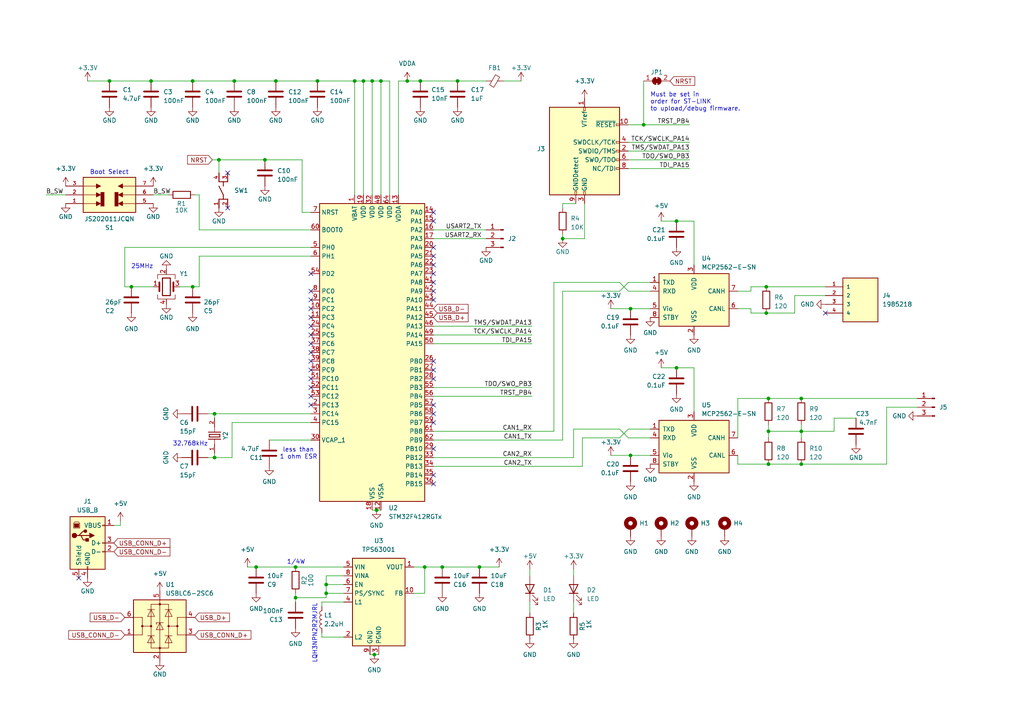
<source format=kicad_sch>
(kicad_sch (version 20230121) (generator eeschema)
  (paper "A4")
  (junction (at 63.5 46.355))
  (junction (at 38.1 83.185))
  (junction (at 232.41 115.57))
  (junction (at 108.585 189.865))
  (junction (at 43.815 23.495))
  (junction (at 107.95 23.495))
  (junction (at 121.92 23.495))
  (junction (at 128.27 164.465))
  (junction (at 196.215 64.135))
  (junction (at 232.41 125.095))
  (junction (at 94.615 169.545))
  (junction (at 182.88 132.08))
  (junction (at 94.615 172.085))
  (junction (at 222.25 83.185))
  (junction (at 222.885 134.62))
  (junction (at 31.75 23.495))
  (junction (at 55.88 23.495))
  (junction (at 67.945 23.495))
  (junction (at 92.075 23.495))
  (junction (at 232.41 134.62))
  (junction (at 102.87 23.495))
  (junction (at 109.22 147.955))
  (junction (at 80.01 23.495))
  (junction (at 186.69 36.195))
  (junction (at 222.25 90.805))
  (junction (at 132.715 23.495))
  (junction (at 105.41 23.495))
  (junction (at 85.725 173.355))
  (junction (at 62.23 132.715))
  (junction (at 163.195 69.215))
  (junction (at 182.88 89.535))
  (junction (at 123.19 164.465))
  (junction (at 62.23 120.015))
  (junction (at 76.835 46.355))
  (junction (at 55.88 83.185))
  (junction (at 139.065 164.465))
  (junction (at 74.295 164.465))
  (junction (at 222.885 125.095))
  (junction (at 110.49 23.495))
  (junction (at 222.885 115.57))
  (junction (at 118.11 23.495))
  (junction (at 196.215 106.68))
  (junction (at 85.725 164.465))
  (no_connect (at 22.86 167.64))
  (no_connect (at 125.73 74.295))
  (no_connect (at 90.17 117.475))
  (no_connect (at 90.17 104.775))
  (no_connect (at 125.73 117.475))
  (no_connect (at 90.17 84.455))
  (no_connect (at 90.17 92.075))
  (no_connect (at 90.17 86.995))
  (no_connect (at 125.73 61.595))
  (no_connect (at 125.73 84.455))
  (no_connect (at 90.17 94.615))
  (no_connect (at 125.73 137.795))
  (no_connect (at 90.17 114.935))
  (no_connect (at 90.17 99.695))
  (no_connect (at 90.17 109.855))
  (no_connect (at 90.17 102.235))
  (no_connect (at 66.04 60.325))
  (no_connect (at 125.73 104.775))
  (no_connect (at 125.73 120.015))
  (no_connect (at 90.17 97.155))
  (no_connect (at 90.17 107.315))
  (no_connect (at 239.395 90.805))
  (no_connect (at 125.73 86.995))
  (no_connect (at 66.04 50.165))
  (no_connect (at 125.73 109.855))
  (no_connect (at 125.73 107.315))
  (no_connect (at 125.73 140.335))
  (no_connect (at 125.73 76.835))
  (no_connect (at 125.73 79.375))
  (no_connect (at 125.73 64.135))
  (no_connect (at 90.17 79.375))
  (no_connect (at 90.17 112.395))
  (no_connect (at 125.73 81.915))
  (no_connect (at 90.17 89.535))
  (no_connect (at 125.73 122.555))
  (no_connect (at 125.73 71.755))
  (no_connect (at 125.73 130.175))
  (wire (pts (xy 125.73 69.215) (xy 140.97 69.215)))
  (wire (pts (xy 232.41 123.19) (xy 232.41 125.095)))
  (wire (pts (xy 113.03 23.495) (xy 110.49 23.495)))
  (wire (pts (xy 125.73 97.155) (xy 154.305 97.155)))
  (wire (pts (xy 188.595 127) (xy 182.245 127)))
  (wire (pts (xy 55.88 83.185) (xy 57.785 83.185)))
  (wire (pts (xy 62.23 131.445) (xy 62.23 132.715)))
  (wire (pts (xy 105.41 23.495) (xy 102.87 23.495)))
  (wire (pts (xy 222.885 123.19) (xy 222.885 125.095)))
  (wire (pts (xy 213.995 127) (xy 213.995 115.57)))
  (wire (pts (xy 93.345 174.625) (xy 99.695 174.625)))
  (wire (pts (xy 186.69 23.495) (xy 186.69 36.195)))
  (wire (pts (xy 222.25 83.185) (xy 239.395 83.185)))
  (wire (pts (xy 52.07 83.185) (xy 55.88 83.185)))
  (wire (pts (xy 230.505 85.725) (xy 239.395 85.725)))
  (wire (pts (xy 163.195 127.635) (xy 163.195 84.455)))
  (wire (pts (xy 118.11 23.495) (xy 121.92 23.495)))
  (wire (pts (xy 217.805 83.185) (xy 222.25 83.185)))
  (wire (pts (xy 139.065 164.465) (xy 144.78 164.465)))
  (wire (pts (xy 196.215 106.68) (xy 191.77 106.68)))
  (wire (pts (xy 222.25 90.805) (xy 230.505 90.805)))
  (wire (pts (xy 60.325 132.715) (xy 62.23 132.715)))
  (wire (pts (xy 125.73 132.715) (xy 166.37 132.715)))
  (wire (pts (xy 115.57 56.515) (xy 115.57 23.495)))
  (wire (pts (xy 217.805 89.535) (xy 217.805 90.805)))
  (wire (pts (xy 213.995 89.535) (xy 217.805 89.535)))
  (wire (pts (xy 44.45 56.515) (xy 48.895 56.515)))
  (wire (pts (xy 123.19 164.465) (xy 120.015 164.465)))
  (wire (pts (xy 62.23 120.015) (xy 90.17 120.015)))
  (wire (pts (xy 67.31 122.555) (xy 67.31 132.715)))
  (wire (pts (xy 222.885 115.57) (xy 232.41 115.57)))
  (wire (pts (xy 128.27 164.465) (xy 139.065 164.465)))
  (wire (pts (xy 153.67 165.1) (xy 153.67 167.005)))
  (wire (pts (xy 85.725 164.465) (xy 99.695 164.465)))
  (wire (pts (xy 38.1 83.185) (xy 44.45 83.185)))
  (wire (pts (xy 31.75 23.495) (xy 43.815 23.495)))
  (wire (pts (xy 108.585 189.865) (xy 109.855 189.865)))
  (wire (pts (xy 196.215 64.135) (xy 191.77 64.135)))
  (wire (pts (xy 94.615 172.085) (xy 94.615 173.355)))
  (wire (pts (xy 182.245 43.815) (xy 200.025 43.815)))
  (wire (pts (xy 99.695 167.005) (xy 94.615 167.005)))
  (wire (pts (xy 222.885 125.095) (xy 222.885 127)))
  (wire (pts (xy 67.31 132.715) (xy 62.23 132.715)))
  (wire (pts (xy 110.49 56.515) (xy 110.49 23.495)))
  (wire (pts (xy 25.4 23.495) (xy 31.75 23.495)))
  (wire (pts (xy 188.595 124.46) (xy 182.245 124.46)))
  (wire (pts (xy 182.245 48.895) (xy 200.025 48.895)))
  (wire (pts (xy 92.075 23.495) (xy 102.87 23.495)))
  (wire (pts (xy 166.37 124.46) (xy 179.705 124.46)))
  (wire (pts (xy 36.195 83.185) (xy 36.195 71.755)))
  (wire (pts (xy 163.195 67.945) (xy 163.195 69.215)))
  (wire (pts (xy 87.63 61.595) (xy 87.63 46.355)))
  (wire (pts (xy 63.5 46.355) (xy 76.835 46.355)))
  (wire (pts (xy 213.995 115.57) (xy 222.885 115.57)))
  (wire (pts (xy 110.49 23.495) (xy 107.95 23.495)))
  (wire (pts (xy 123.19 172.085) (xy 123.19 164.465)))
  (wire (pts (xy 57.785 74.295) (xy 57.785 83.185)))
  (wire (pts (xy 62.23 120.015) (xy 62.23 121.285)))
  (wire (pts (xy 163.195 84.455) (xy 179.705 84.455)))
  (wire (pts (xy 179.705 81.915) (xy 160.655 81.915)))
  (wire (pts (xy 166.37 174.625) (xy 166.37 177.8)))
  (wire (pts (xy 166.37 132.715) (xy 166.37 124.46)))
  (wire (pts (xy 188.595 81.915) (xy 182.245 81.915)))
  (wire (pts (xy 94.615 172.085) (xy 99.695 172.085)))
  (wire (pts (xy 87.63 61.595) (xy 90.17 61.595)))
  (wire (pts (xy 94.615 167.005) (xy 94.615 169.545)))
  (wire (pts (xy 213.995 132.08) (xy 213.995 134.62)))
  (wire (pts (xy 121.92 23.495) (xy 132.715 23.495)))
  (wire (pts (xy 222.885 125.095) (xy 232.41 125.095)))
  (wire (pts (xy 168.91 135.255) (xy 168.91 127)))
  (wire (pts (xy 163.195 69.215) (xy 169.545 69.215)))
  (wire (pts (xy 123.19 164.465) (xy 128.27 164.465)))
  (wire (pts (xy 201.295 64.135) (xy 201.295 76.835)))
  (wire (pts (xy 213.995 84.455) (xy 217.805 84.455)))
  (wire (pts (xy 153.67 174.625) (xy 153.67 177.8)))
  (wire (pts (xy 36.195 83.185) (xy 38.1 83.185)))
  (wire (pts (xy 213.995 134.62) (xy 222.885 134.62)))
  (wire (pts (xy 182.245 46.355) (xy 200.025 46.355)))
  (wire (pts (xy 13.335 56.515) (xy 19.05 56.515)))
  (wire (pts (xy 102.87 56.515) (xy 102.87 23.495)))
  (wire (pts (xy 61.595 46.355) (xy 63.5 46.355)))
  (wire (pts (xy 120.015 172.085) (xy 123.19 172.085)))
  (wire (pts (xy 241.935 125.095) (xy 232.41 125.095)))
  (wire (pts (xy 57.785 56.515) (xy 57.785 66.675)))
  (wire (pts (xy 113.03 56.515) (xy 113.03 23.495)))
  (wire (pts (xy 179.705 84.455) (xy 182.245 81.915)))
  (wire (pts (xy 85.725 173.355) (xy 85.725 174.625)))
  (wire (pts (xy 125.73 66.675) (xy 140.97 66.675)))
  (wire (pts (xy 222.885 134.62) (xy 232.41 134.62)))
  (wire (pts (xy 169.545 69.215) (xy 169.545 59.055)))
  (wire (pts (xy 125.73 114.935) (xy 154.305 114.935)))
  (wire (pts (xy 94.615 173.355) (xy 85.725 173.355)))
  (wire (pts (xy 167.005 59.055) (xy 163.195 59.055)))
  (wire (pts (xy 93.345 184.785) (xy 99.695 184.785)))
  (wire (pts (xy 188.595 89.535) (xy 182.88 89.535)))
  (wire (pts (xy 125.73 135.255) (xy 168.91 135.255)))
  (wire (pts (xy 188.595 84.455) (xy 182.245 84.455)))
  (wire (pts (xy 182.245 84.455) (xy 179.705 81.915)))
  (wire (pts (xy 125.73 94.615) (xy 154.305 94.615)))
  (wire (pts (xy 67.945 23.495) (xy 80.01 23.495)))
  (wire (pts (xy 232.41 134.62) (xy 257.175 134.62)))
  (wire (pts (xy 94.615 169.545) (xy 94.615 172.085)))
  (wire (pts (xy 182.245 41.275) (xy 200.025 41.275)))
  (wire (pts (xy 168.91 127) (xy 179.705 127)))
  (wire (pts (xy 71.755 164.465) (xy 74.295 164.465)))
  (wire (pts (xy 182.88 89.535) (xy 177.165 89.535)))
  (wire (pts (xy 87.63 46.355) (xy 76.835 46.355)))
  (wire (pts (xy 55.88 23.495) (xy 67.945 23.495)))
  (wire (pts (xy 132.715 23.495) (xy 140.97 23.495)))
  (wire (pts (xy 74.295 164.465) (xy 85.725 164.465)))
  (wire (pts (xy 217.805 84.455) (xy 217.805 83.185)))
  (wire (pts (xy 67.31 122.555) (xy 90.17 122.555)))
  (wire (pts (xy 56.515 56.515) (xy 57.785 56.515)))
  (wire (pts (xy 125.73 99.695) (xy 154.305 99.695)))
  (wire (pts (xy 163.195 59.055) (xy 163.195 60.325)))
  (wire (pts (xy 182.245 127) (xy 179.705 124.46)))
  (wire (pts (xy 36.195 71.755) (xy 90.17 71.755)))
  (wire (pts (xy 80.01 23.495) (xy 92.075 23.495)))
  (wire (pts (xy 57.785 66.675) (xy 90.17 66.675)))
  (wire (pts (xy 179.705 127) (xy 182.245 124.46)))
  (wire (pts (xy 109.22 147.955) (xy 110.49 147.955)))
  (wire (pts (xy 217.805 90.805) (xy 222.25 90.805)))
  (wire (pts (xy 230.505 90.805) (xy 230.505 85.725)))
  (wire (pts (xy 93.345 175.895) (xy 93.345 174.625)))
  (wire (pts (xy 248.285 121.285) (xy 241.935 121.285)))
  (wire (pts (xy 188.595 132.08) (xy 182.88 132.08)))
  (wire (pts (xy 201.295 106.68) (xy 201.295 119.38)))
  (wire (pts (xy 201.295 106.68) (xy 196.215 106.68)))
  (wire (pts (xy 232.41 125.095) (xy 232.41 127)))
  (wire (pts (xy 33.02 152.4) (xy 34.925 152.4)))
  (wire (pts (xy 182.88 132.08) (xy 177.165 132.08)))
  (wire (pts (xy 125.73 127.635) (xy 163.195 127.635)))
  (wire (pts (xy 63.5 46.355) (xy 63.5 50.165)))
  (wire (pts (xy 107.95 23.495) (xy 105.41 23.495)))
  (wire (pts (xy 107.315 189.865) (xy 108.585 189.865)))
  (wire (pts (xy 241.935 121.285) (xy 241.935 125.095)))
  (wire (pts (xy 57.785 74.295) (xy 90.17 74.295)))
  (wire (pts (xy 186.69 36.195) (xy 200.025 36.195)))
  (wire (pts (xy 43.815 23.495) (xy 55.88 23.495)))
  (wire (pts (xy 125.73 112.395) (xy 154.305 112.395)))
  (wire (pts (xy 115.57 23.495) (xy 118.11 23.495)))
  (wire (pts (xy 257.175 118.11) (xy 266.065 118.11)))
  (wire (pts (xy 78.105 127.635) (xy 90.17 127.635)))
  (wire (pts (xy 60.325 120.015) (xy 62.23 120.015)))
  (wire (pts (xy 107.95 147.955) (xy 109.22 147.955)))
  (wire (pts (xy 166.37 165.1) (xy 166.37 167.005)))
  (wire (pts (xy 201.295 64.135) (xy 196.215 64.135)))
  (wire (pts (xy 182.245 36.195) (xy 186.69 36.195)))
  (wire (pts (xy 99.695 169.545) (xy 94.615 169.545)))
  (wire (pts (xy 160.655 81.915) (xy 160.655 125.095)))
  (wire (pts (xy 146.05 23.495) (xy 151.13 23.495)))
  (wire (pts (xy 107.95 56.515) (xy 107.95 23.495)))
  (wire (pts (xy 93.345 183.515) (xy 93.345 184.785)))
  (wire (pts (xy 34.925 152.4) (xy 34.925 151.13)))
  (wire (pts (xy 232.41 115.57) (xy 266.065 115.57)))
  (wire (pts (xy 85.725 172.085) (xy 85.725 173.355)))
  (wire (pts (xy 257.175 118.11) (xy 257.175 134.62)))
  (wire (pts (xy 160.655 125.095) (xy 125.73 125.095)))
  (wire (pts (xy 105.41 56.515) (xy 105.41 23.495)))
  (text "LQH3NPN2R2MJRL" (at 92.075 192.405 90) (effects (font (size 1.27 1.27)) (justify left bottom)))
  (text "1/4W" (at 83.185 163.83 0) (effects (font (size 1.27 1.27)) (justify left bottom)))
  (text "less than \n1 ohm ESR" (at 92.075 133.35 0) (effects (font (size 1.27 1.27)) (justify right bottom)))
  (text "25MHz" (at 44.45 78.105 0) (effects (font (size 1.27 1.27)) (justify right bottom)))
  (text "32.768kHz" (at 60.325 129.54 0) (effects (font (size 1.27 1.27)) (justify right bottom)))
  (text "Boot Select" (at 26.035 50.8 0) (effects (font (size 1.27 1.27)) (justify left bottom)))
  (text "Must be set in \norder for ST-LINK \nto upload/debug firmware." (at 188.595 32.385 0) (effects (font (size 1.27 1.27)) (justify left bottom)))
  (label "TDO{slash}SWO_PB3" (at 154.305 112.395 180))
  (label "TMS{slash}SWDAT_PA13" (at 200.025 43.815 180))
  (label "CAN2_TX" (at 154.305 135.255 180))
  (label "TDI_PA15" (at 154.305 99.695 180))
  (label "TRST_PB4" (at 154.305 114.935 180))
  (label "CAN1_RX" (at 154.305 125.095 180))
  (label "TRST_PB4" (at 200.025 36.195 180))
  (label "TDI_PA15" (at 200.025 48.895 180))
  (label "USART2_RX" (at 139.7 69.215 180))
  (label "TDO{slash}SWO_PB3" (at 200.025 46.355 180))
  (label "TMS{slash}SWDAT_PA13" (at 154.305 94.615 180))
  (label "USART2_TX" (at 139.7 66.675 180))
  (label "TCK{slash}SWCLK_PA14" (at 154.305 97.155 180))
  (label "CAN2_RX" (at 154.305 132.715 180))
  (label "B_SW" (at 44.45 56.515 0))
  (label "CAN1_TX" (at 154.305 127.635 180))
  (label "B_SW" (at 13.335 56.515 0))
  (label "TCK{slash}SWCLK_PA14" (at 200.025 41.275 180))
  (global_label "USB_CONN_D-" (shape input) (at 36.195 184.15 180) (property "Intersheetrefs" "${INTERSHEET_REFS}" (effects hide)))
  (global_label "USB_D+" (shape input) (at 56.515 179.07 0) (property "Intersheetrefs" "${INTERSHEET_REFS}" (effects hide)))
  (global_label "USB_CONN_D+" (shape input) (at 33.02 157.48 0) (property "Intersheetrefs" "${INTERSHEET_REFS}" (effects hide)))
  (global_label "USB_CONN_D+" (shape input) (at 56.515 184.15 0) (property "Intersheetrefs" "${INTERSHEET_REFS}" (effects hide)))
  (global_label "USB_D-" (shape input) (at 125.73 89.535 0) (property "Intersheetrefs" "${INTERSHEET_REFS}" (effects hide)))
  (global_label "NRST" (shape input) (at 194.31 23.495 0) (property "Intersheetrefs" "${INTERSHEET_REFS}" (effects hide)))
  (global_label "USB_D-" (shape input) (at 36.195 179.07 180) (property "Intersheetrefs" "${INTERSHEET_REFS}" (effects hide)))
  (global_label "NRST" (shape input) (at 61.595 46.355 180) (property "Intersheetrefs" "${INTERSHEET_REFS}" (effects hide)))
  (global_label "USB_D+" (shape input) (at 125.73 92.075 0) (property "Intersheetrefs" "${INTERSHEET_REFS}" (effects hide)))
  (global_label "USB_CONN_D-" (shape input) (at 33.02 160.02 0) (property "Intersheetrefs" "${INTERSHEET_REFS}" (effects hide)))
  (symbol (lib_id "power:GND") (at 108.585 189.865 0) (unit 1)
    (property "Reference" "#PWR029" (effects hide))
    (property "Value" "GND" (at 108.585 194.31 0))
  )
  (symbol (lib_id "Device:C") (at 196.215 110.49 0) (mirror y) (unit 1)
    (property "Reference" "C22" (at 193.04 109.22 0) (effects (justify left)))
    (property "Value" "0.1uF" (at 193.04 111.76 0) (effects (justify left)))
    (property "Footprint" "Capacitor_SMD:C_0805_2012Metric" (effects hide))
  )
  (symbol (lib_id "power:GND") (at 132.715 31.115 0) (unit 1)
    (property "Reference" "#PWR034" (effects hide))
    (property "Value" "GND" (at 132.715 34.925 0))
  )
  (symbol (lib_id "power:GND") (at 48.26 88.265 0) (unit 1)
    (property "Reference" "#PWR014" (effects hide))
    (property "Value" "GND" (at 48.26 92.075 0))
  )
  (symbol (lib_id "power:GND") (at 44.45 59.055 0) (unit 1)
    (property "Reference" "#PWR010" (effects hide))
    (property "Value" "GND" (at 44.45 62.865 0))
  )
  (symbol (lib_id "power:+3.3V") (at 166.37 165.1 0) (unit 1)
    (property "Reference" "#PWR042" (effects hide))
    (property "Value" "+3.3V" (at 166.37 161.29 0))
  )
  (symbol (lib_id "power:+5V") (at 191.77 64.135 0) (mirror y) (unit 1)
    (property "Reference" "#PWR052" (effects hide))
    (property "Value" "+5V" (at 191.77 59.69 0))
  )
  (symbol (lib_id "Device:R") (at 222.885 119.38 0) (unit 1)
    (property "Reference" "R7" (at 225.171 118.618 0) (effects (justify left)))
    (property "Value" "120" (at 225.171 121.158 0) (effects (justify left)))
    (property "Footprint" "Resistor_SMD:R_0805_2012Metric" (effects hide))
  )
  (symbol (lib_id "power:GND") (at 31.75 31.115 0) (unit 1)
    (property "Reference" "#PWR05" (effects hide))
    (property "Value" "GND" (at 31.75 34.925 0))
  )
  (symbol (lib_id "Mechanical:MountingHole_Pad") (at 182.88 153.035 0) (unit 1)
    (property "Reference" "H1" (at 185.42 151.765 0) (effects (justify left)))
    (property "Value" "MountingHole_Pad" (effects hide))
    (property "Footprint" "MountingHole:MountingHole_3.2mm_M3_ISO14580_Pad_TopBottom" (effects hide))
  )
  (symbol (lib_id "power:GND") (at 210.185 155.575 0) (unit 1)
    (property "Reference" "#PWR060" (effects hide))
    (property "Value" "GND" (at 210.185 160.02 0))
  )
  (symbol (lib_id "Device:C") (at 74.295 168.275 0) (unit 1)
    (property "Reference" "C9" (at 77.47 169.545 0) (effects (justify left)))
    (property "Value" "10uF" (at 77.47 167.005 0) (effects (justify left)))
    (property "Footprint" "Capacitor_SMD:C_0805_2012Metric" (effects hide))
  )
  (symbol (lib_id "power:+3.3V") (at 169.545 28.575 0) (unit 1)
    (property "Reference" "#PWR044" (effects hide))
    (property "Value" "+3.3V" (at 169.545 23.495 0))
  )
  (symbol (lib_id "Connector:Conn_01x03_Pin") (at 271.145 118.11 0) (mirror y) (unit 1)
    (property "Reference" "J5" (at 272.415 118.11 0) (effects (justify right)))
    (property "Value" "Conn_01x03_Pin" (effects hide))
    (property "Footprint" "Connector_PinSocket_2.54mm:PinSocket_1x03_P2.54mm_Vertical" (effects hide))
  )
  (symbol (lib_id "power:GND") (at 63.5 60.325 0) (unit 1)
    (property "Reference" "#PWR019" (effects hide))
    (property "Value" "GND" (at 63.5 64.135 0))
  )
  (symbol (lib_id "power:GND") (at 239.395 88.265 270) (mirror x) (unit 1)
    (property "Reference" "#PWR061" (effects hide))
    (property "Value" "GND" (at 236.22 88.265 90) (effects (justify right)))
  )
  (symbol (lib_id "Mechanical:MountingHole_Pad") (at 210.185 153.035 0) (unit 1)
    (property "Reference" "H4" (at 212.725 151.765 0) (effects (justify left)))
    (property "Value" "MountingHole_Pad" (effects hide))
    (property "Footprint" "MountingHole:MountingHole_3.2mm_M3_ISO14580_Pad_TopBottom" (effects hide))
  )
  (symbol (lib_id "Device:R") (at 52.705 56.515 90) (unit 1)
    (property "Reference" "R1" (at 53.975 59.055 90) (effects (justify left)))
    (property "Value" "10K" (at 54.61 60.96 90) (effects (justify left)))
    (property "Footprint" "Resistor_SMD:R_0805_2012Metric" (effects hide))
  )
  (symbol (lib_id "Device:LED") (at 166.37 170.815 90) (unit 1)
    (property "Reference" "D2" (at 170.18 171.1325 90) (effects (justify right)))
    (property "Value" "LED" (at 170.18 173.6725 90) (effects (justify right)))
    (property "Footprint" "LED_SMD:LED_0805_2012Metric" (effects hide))
  )
  (symbol (lib_id "power:GND") (at 80.01 31.115 0) (unit 1)
    (property "Reference" "#PWR025" (effects hide))
    (property "Value" "GND" (at 80.01 34.925 0))
  )
  (symbol (lib_id "Connector:USB_B") (at 25.4 157.48 0) (unit 1)
    (property "Reference" "J1" (at 25.4 145.415 0))
    (property "Value" "USB_B" (at 25.4 147.955 0))
    (property "Footprint" "connectors:UJ2-BH-1-TH" (effects hide))
    (property "Datasheet" " ~" (effects hide))
  )
  (symbol (lib_id "Device:C") (at 248.285 125.095 0) (mirror y) (unit 1)
    (property "Reference" "C23" (at 252.095 120.015 0) (effects (justify left)))
    (property "Value" "4.7nF" (at 254.635 122.555 0) (effects (justify left)))
    (property "Footprint" "Capacitor_SMD:C_0805_2012Metric" (effects hide))
  )
  (symbol (lib_id "Device:C") (at 139.065 168.275 0) (unit 1)
    (property "Reference" "C18" (at 142.24 169.545 0) (effects (justify left)))
    (property "Value" "10uF" (at 142.24 167.005 0) (effects (justify left)))
    (property "Footprint" "Capacitor_SMD:C_0805_2012Metric" (effects hide))
  )
  (symbol (lib_id "Connector:Conn_01x03_Pin") (at 146.05 69.215 0) (mirror y) (unit 1)
    (property "Reference" "J2" (at 147.32 69.215 0) (effects (justify right)))
    (property "Value" "Conn_01x03_Pin" (effects hide))
    (property "Footprint" "Connector_PinSocket_2.54mm:PinSocket_1x03_P2.54mm_Vertical" (effects hide))
  )
  (symbol (lib_id "Device:C") (at 128.27 168.275 0) (unit 1)
    (property "Reference" "C16" (at 131.445 169.545 0) (effects (justify left)))
    (property "Value" "10uF" (at 131.445 167.005 0) (effects (justify left)))
    (property "Footprint" "Capacitor_SMD:C_0805_2012Metric" (effects hide))
  )
  (symbol (lib_id "power:+3.3V") (at 151.13 23.495 0) (unit 1)
    (property "Reference" "#PWR038" (effects hide))
    (property "Value" "+3.3V" (at 151.13 19.685 0))
  )
  (symbol (lib_id "Device:R") (at 85.725 168.275 180) (unit 1)
    (property "Reference" "R2" (at 88.265 167.005 90) (effects (justify left)))
    (property "Value" "100" (at 90.17 166.37 90) (effects (justify left)))
    (property "Footprint" "Resistor_SMD:R_0805_2012Metric" (effects hide))
  )
  (symbol (lib_id "Device:R") (at 153.67 181.61 180) (unit 1)
    (property "Reference" "R3" (at 156.21 180.34 90) (effects (justify left)))
    (property "Value" "1K" (at 158.115 179.705 90) (effects (justify left)))
    (property "Footprint" "Resistor_SMD:R_0805_2012Metric" (effects hide))
  )
  (symbol (lib_id "power:+3.3V") (at 177.165 132.08 0) (mirror y) (unit 1)
    (property "Reference" "#PWR046" (effects hide))
    (property "Value" "+3.3V" (at 177.165 128.27 0))
  )
  (symbol (lib_id "Device:C") (at 38.1 86.995 0) (unit 1)
    (property "Reference" "C2" (at 30.48 90.17 0) (effects (justify left)))
    (property "Value" "26pF" (at 30.48 87.63 0) (effects (justify left)))
    (property "Footprint" "Capacitor_SMD:C_0805_2012Metric" (effects hide))
  )
  (symbol (lib_id "power:GND") (at 109.22 147.955 0) (unit 1)
    (property "Reference" "#PWR030" (effects hide))
    (property "Value" "GND" (at 109.22 152.4 0))
  )
  (symbol (lib_id "Device:C") (at 76.835 50.165 0) (unit 1)
    (property "Reference" "C10" (at 80.391 49.53 0) (effects (justify left)))
    (property "Value" "100nF" (at 80.391 52.07 0) (effects (justify left)))
    (property "Footprint" "Capacitor_SMD:C_0805_2012Metric" (effects hide))
  )
  (symbol (lib_id "Mechanical:MountingHole_Pad") (at 191.77 153.035 0) (unit 1)
    (property "Reference" "H2" (at 194.31 151.765 0) (effects (justify left)))
    (property "Value" "MountingHole_Pad" (effects hide))
    (property "Footprint" "MountingHole:MountingHole_3.2mm_M3_ISO14580_Pad_TopBottom" (effects hide))
  )
  (symbol (lib_id "Regulator_Switching:TPS63001") (at 109.855 174.625 0) (unit 1)
    (property "Reference" "U3" (at 109.855 156.845 0))
    (property "Value" "TPS63001" (at 109.855 159.385 0))
    (property "Footprint" "Package_SON:Texas_DRC0010J_ThermalVias" (effects hide))
    (property "Datasheet" "http://www.ti.com/lit/ds/symlink/tps63000.pdf" (effects hide))
  )
  (symbol (lib_id "power:GND") (at 188.595 134.62 0) (mirror y) (unit 1)
    (property "Reference" "#PWR051" (effects hide))
    (property "Value" "GND" (at 188.595 139.065 0))
  )
  (symbol (lib_id "power:+5V") (at 153.67 165.1 0) (unit 1)
    (property "Reference" "#PWR039" (effects hide))
    (property "Value" "+5V" (at 153.67 161.29 0))
  )
  (symbol (lib_id "power:GND") (at 85.725 182.245 0) (unit 1)
    (property "Reference" "#PWR026" (effects hide))
    (property "Value" "GND" (at 85.725 186.69 0))
  )
  (symbol (lib_id "power:GND") (at 38.1 90.805 0) (unit 1)
    (property "Reference" "#PWR07" (effects hide))
    (property "Value" "GND" (at 38.1 95.377 0))
  )
  (symbol (lib_id "Device:R") (at 232.41 119.38 0) (unit 1)
    (property "Reference" "R9" (at 234.696 118.618 0) (effects (justify left)))
    (property "Value" "120" (at 234.696 121.158 0) (effects (justify left)))
    (property "Footprint" "Resistor_SMD:R_0805_2012Metric" (effects hide))
  )
  (symbol (lib_id "power:GND") (at 191.77 155.575 0) (unit 1)
    (property "Reference" "#PWR054" (effects hide))
    (property "Value" "GND" (at 191.77 160.02 0))
  )
  (symbol (lib_id "power:GND") (at 139.065 172.085 0) (unit 1)
    (property "Reference" "#PWR035" (effects hide))
    (property "Value" "GND" (at 139.065 176.53 0))
  )
  (symbol (lib_id "Device:C") (at 121.92 27.305 0) (unit 1)
    (property "Reference" "C15" (at 125.095 26.035 0) (effects (justify left)))
    (property "Value" "10nF" (at 125.095 28.575 0) (effects (justify left)))
    (property "Footprint" "Capacitor_SMD:C_0805_2012Metric" (effects hide))
  )
  (symbol (lib_id "Device:C") (at 67.945 27.305 0) (unit 1)
    (property "Reference" "C8" (at 71.501 26.67 0) (effects (justify left)))
    (property "Value" "100nF" (at 71.501 29.21 0) (effects (justify left)))
    (property "Footprint" "Capacitor_SMD:C_0805_2012Metric" (effects hide))
  )
  (symbol (lib_id "Device:C") (at 56.515 120.015 270) (unit 1)
    (property "Reference" "C6" (at 52.07 122.555 90) (effects (justify left)))
    (property "Value" "15pF" (at 52.07 125.095 90) (effects (justify left)))
    (property "Footprint" "Capacitor_SMD:C_0805_2012Metric" (effects hide))
  )
  (symbol (lib_id "power:+3.3V") (at 144.78 164.465 0) (unit 1)
    (property "Reference" "#PWR037" (effects hide))
    (property "Value" "+3.3V" (at 144.78 159.385 0))
  )
  (symbol (lib_id "Device:C") (at 182.88 93.345 0) (mirror y) (unit 1)
    (property "Reference" "C19" (at 179.705 92.075 0) (effects (justify left)))
    (property "Value" "0.1uF" (at 179.705 94.615 0) (effects (justify left)))
    (property "Footprint" "Capacitor_SMD:C_0805_2012Metric" (effects hide))
  )
  (symbol (lib_id "power:+3.3V") (at 19.05 53.975 0) (unit 1)
    (property "Reference" "#PWR01" (effects hide))
    (property "Value" "+3.3V" (at 19.05 48.895 0))
  )
  (symbol (lib_id "Connector:Conn_ARM_JTAG_SWD_10") (at 169.545 43.815 0) (unit 1)
    (property "Reference" "J3" (at 158.115 43.18 0) (effects (justify right)))
    (property "Value" "Conn_ARM_JTAG_SWD_10" (effects hide))
    (property "Footprint" "Connector_PinHeader_1.27mm:PinHeader_2x05_P1.27mm_Vertical" (effects hide))
    (property "Datasheet" "http://infocenter.arm.com/help/topic/com.arm.doc.ddi0314h/DDI0314H_coresight_components_trm.pdf" (effects hide))
    (property "Part" "GRPB052VWVN-RC" (effects hide))
  )
  (symbol (lib_id "power:GND") (at 128.27 172.085 0) (unit 1)
    (property "Reference" "#PWR033" (effects hide))
    (property "Value" "GND" (at 128.27 176.53 0))
  )
  (symbol (lib_id "Device:L") (at 93.345 179.705 180) (unit 1)
    (property "Reference" "L1" (at 93.98 178.435 0) (effects (justify right)))
    (property "Value" "2.2uH" (at 93.98 180.975 0) (effects (justify right)))
    (property "Footprint" "inductors:LQH3NPN2R2MJRL" (effects hide))
    (property "Datasheet" "https://www.digikey.com.au/en/products/detail/murata-electronics/LQH3NPN2R2MJRL/4864848" (effects hide))
    (property "Part" "LQH3NPN2R2MJRL" (effects hide))
  )
  (symbol (lib_id "power:GND") (at 25.4 167.64 0) (unit 1)
    (property "Reference" "#PWR04" (effects hide))
    (property "Value" "GND" (at 25.4 171.45 0))
  )
  (symbol (lib_id "power:GND") (at 196.215 71.755 0) (mirror y) (unit 1)
    (property "Reference" "#PWR055" (effects hide))
    (property "Value" "GND" (at 196.215 76.2 0))
  )
  (symbol (lib_id "power:+5V") (at 71.755 164.465 0) (unit 1)
    (property "Reference" "#PWR021" (effects hide))
    (property "Value" "+5V" (at 71.755 159.385 0))
  )
  (symbol (lib_id "Device:R") (at 222.885 130.81 0) (unit 1)
    (property "Reference" "R8" (at 225.171 130.048 0) (effects (justify left)))
    (property "Value" "120" (at 225.171 132.588 0) (effects (justify left)))
    (property "Footprint" "Resistor_SMD:R_0805_2012Metric" (effects hide))
  )
  (symbol (lib_id "Device:C") (at 182.88 135.89 0) (mirror y) (unit 1)
    (property "Reference" "C20" (at 179.705 134.62 0) (effects (justify left)))
    (property "Value" "0.1uF" (at 179.705 137.16 0) (effects (justify left)))
    (property "Footprint" "Capacitor_SMD:C_0805_2012Metric" (effects hide))
  )
  (symbol (lib_id "power:GND") (at 140.97 71.755 0) (unit 1)
    (property "Reference" "#PWR036" (effects hide))
    (property "Value" "GND" (at 140.97 75.565 0))
  )
  (symbol (lib_id "power:+5V") (at 191.77 106.68 0) (mirror y) (unit 1)
    (property "Reference" "#PWR053" (effects hide))
    (property "Value" "+5V" (at 191.77 102.235 0))
  )
  (symbol (lib_id "power:+3.3V") (at 44.45 53.975 0) (unit 1)
    (property "Reference" "#PWR09" (effects hide))
    (property "Value" "+3.3V" (at 44.45 48.895 0))
  )
  (symbol (lib_id "power:GND") (at 182.88 155.575 0) (unit 1)
    (property "Reference" "#PWR049" (effects hide))
    (property "Value" "GND" (at 182.88 160.02 0))
  )
  (symbol (lib_id "power:GND") (at 200.66 155.575 0) (unit 1)
    (property "Reference" "#PWR057" (effects hide))
    (property "Value" "GND" (at 200.66 160.02 0))
  )
  (symbol (lib_id "power:+3.3V") (at 25.4 23.495 0) (unit 1)
    (property "Reference" "#PWR03" (effects hide))
    (property "Value" "+3.3V" (at 25.4 19.685 0))
  )
  (symbol (lib_id "Interface_CAN_LIN:MCP2562-E-SN") (at 201.295 86.995 0) (unit 1)
    (property "Reference" "U4" (at 203.4891 74.93 0) (effects (justify left)))
    (property "Value" "MCP2562-E-SN" (at 203.4891 77.47 0) (effects (justify left)))
    (property "Footprint" "Package_SO:SOIC-8_3.9x4.9mm_P1.27mm" (effects hide))
    (property "Datasheet" "http://ww1.microchip.com/downloads/en/DeviceDoc/25167A.pdf" (effects hide))
  )
  (symbol (lib_id "power:GND") (at 43.815 31.115 0) (unit 1)
    (property "Reference" "#PWR08" (effects hide))
    (property "Value" "GND" (at 43.815 34.925 0))
  )
  (symbol (lib_id "power:VDDA") (at 118.11 23.495 0) (unit 1)
    (property "Reference" "#PWR031" (effects hide))
    (property "Value" "VDDA" (at 118.11 18.415 0))
  )
  (symbol (lib_id "power:GND") (at 55.88 90.805 0) (unit 1)
    (property "Reference" "#PWR018" (effects hide))
    (property "Value" "GND" (at 55.88 95.377 0))
  )
  (symbol (lib_id "power:GND") (at 166.37 185.42 0) (unit 1)
    (property "Reference" "#PWR043" (effects hide))
    (property "Value" "GND" (at 166.37 189.865 0))
  )
  (symbol (lib_id "power:+5V") (at 46.355 171.45 0) (unit 1)
    (property "Reference" "#PWR011" (effects hide))
    (property "Value" "+5V" (at 46.355 166.37 0))
  )
  (symbol (lib_id "Device:C") (at 56.515 132.715 270) (unit 1)
    (property "Reference" "C7" (at 52.07 135.255 90) (effects (justify left)))
    (property "Value" "15pF" (at 52.07 137.795 90) (effects (justify left)))
    (property "Footprint" "Capacitor_SMD:C_0805_2012Metric" (effects hide))
  )
  (symbol (lib_id "Device:C") (at 78.105 131.445 0) (unit 1)
    (property "Reference" "C11" (at 72.39 132.715 0) (effects (justify left)))
    (property "Value" "4.7uF" (at 69.85 130.175 0) (effects (justify left)))
    (property "Footprint" "Capacitor_SMD:C_0805_2012Metric" (effects hide))
  )
  (symbol (lib_id "power:GND") (at 196.215 114.3 0) (mirror y) (unit 1)
    (property "Reference" "#PWR056" (effects hide))
    (property "Value" "GND" (at 196.215 118.745 0))
  )
  (symbol (lib_id "power:GND") (at 182.88 139.7 0) (mirror y) (unit 1)
    (property "Reference" "#PWR048" (effects hide))
    (property "Value" "GND" (at 182.88 144.145 0))
  )
  (symbol (lib_id "power:GND") (at 266.065 120.65 270) (mirror x) (unit 1)
    (property "Reference" "#PWR028" (effects hide))
    (property "Value" "GND" (at 262.89 120.65 90) (effects (justify right)))
  )
  (symbol (lib_id "power:GND") (at 52.705 132.715 270) (unit 1)
    (property "Reference" "#PWR016" (effects hide))
    (property "Value" "GND" (at 48.133 132.715 0))
  )
  (symbol (lib_id "Device:R") (at 222.25 86.995 0) (unit 1)
    (property "Reference" "R6" (at 224.536 86.233 0) (effects (justify left)))
    (property "Value" "120" (at 224.536 88.773 0) (effects (justify left)))
    (property "Footprint" "Resistor_SMD:R_0805_2012Metric" (effects hide))
  )
  (symbol (lib_id "Device:FerriteBead_Small") (at 143.51 23.495 90) (unit 1)
    (property "Reference" "FB1" (at 143.4719 19.685 90))
    (property "Value" "FerriteBead_Small" (effects hide))
    (property "Footprint" "Resistor_SMD:R_0805_2012Metric" (effects hide))
  )
  (symbol (lib_id "power:GND") (at 78.105 135.255 0) (unit 1)
    (property "Reference" "#PWR024" (effects hide))
    (property "Value" "GND" (at 78.105 139.7 0))
  )
  (symbol (lib_id "power:GND") (at 76.835 53.975 0) (unit 1)
    (property "Reference" "#PWR023" (effects hide))
    (property "Value" "GND" (at 76.835 57.785 0))
  )
  (symbol (lib_id "power:+3.3V") (at 177.165 89.535 0) (mirror y) (unit 1)
    (property "Reference" "#PWR045" (effects hide))
    (property "Value" "+3.3V" (at 177.165 85.725 0))
  )
  (symbol (lib_id "crystals:ECS-.327-12.5-34R-C-TR") (at 62.23 126.365 90) (unit 1)
    (property "Reference" "Y2" (at 65.405 126.365 0))
    (property "Value" "ECS-.327-12.5-34R-C-TR" (effects hide))
    (property "Footprint" "crystals:ECS-.327-12.5-34R-C-TR" (effects hide))
    (property "MF" "ECS Inc." (effects hide))
    (property "Description" "\n32.768 kHz ±10ppm Crystal 12.5pF 50 kOhms 2-SMD, No Lead\n" (effects hide))
    (property "Package" "SMD-2 ECS International" (effects hide))
    (property "Price" "None" (effects hide))
    (property "Check_prices" "https://www.snapeda.com/parts/ECS-.327-12.5-34R-C-TR/ECS+Inc./view-part/?ref=eda" (effects hide))
    (property "STANDARD" "Manufacturer Recommendation" (effects hide))
    (property "PARTREV" "2016" (effects hide))
    (property "SnapEDA_Link" "https://www.snapeda.com/parts/ECS-.327-12.5-34R-C-TR/ECS+Inc./view-part/?ref=snap" (effects hide))
    (property "MP" "ECS-.327-12.5-34R-C-TR" (effects hide))
    (property "Purchase-URL" "https://www.snapeda.com/api/url_track_click_mouser/?unipart_id=1917622&manufacturer=ECS Inc.&part_name=ECS-.327-12.5-34R-C-TR&search_term=ecs-.327-12.5-34r-c-tr" (effects hide))
    (property "Availability" "In Stock" (effects hide))
    (property "MANUFACTURER" "ECS Inc." (effects hide))
  )
  (symbol (lib_id "switches:JS202011JCQN") (at 31.75 56.515 0) (mirror x) (unit 1)
    (property "Reference" "S1" (at 31.75 66.04 0))
    (property "Value" "JS202011JCQN" (at 31.75 63.5 0))
    (property "Footprint" "switches:JS202011JCQN" (effects hide))
    (property "MF" "C&K" (effects hide))
    (property "MAXIMUM_PACKAGE_HEIGHT" "5.6 mm" (effects hide))
    (property "Package" "DPDT-6 C&amp;K" (effects hide))
    (property "Price" "None" (effects hide))
    (property "Check_prices" "https://www.snapeda.com/parts/JS202011JCQN/C%2526K/view-part/?ref=eda" (effects hide))
    (property "STANDARD" "Manufacturer Recommendations" (effects hide))
    (property "PARTREV" "11 Nov 19" (effects hide))
    (property "SnapEDA_Link" "https://www.snapeda.com/parts/JS202011JCQN/C%2526K/view-part/?ref=snap" (effects hide))
    (property "MP" "JS202011JCQN" (effects hide))
    (property "Purchase-URL" "https://www.snapeda.com/api/url_track_click_mouser/?unipart_id=587766&manufacturer=C&amp;K&part_name=JS202011JCQN&search_term=js202011jcqn" (effects hide))
    (property "Description" "\nSlide Switch DPDT Surface Mount\n" (effects hide))
    (property "Availability" "In Stock" (effects hide))
    (property "MANUFACTURER" "C&K" (effects hide))
  )
  (symbol (lib_id "power:GND") (at 46.355 191.77 0) (unit 1)
    (property "Reference" "#PWR012" (effects hide))
    (property "Value" "GND" (at 46.355 195.58 0))
  )
  (symbol (lib_id "Power_Protection:USBLC6-2SC6") (at 46.355 181.61 0) (unit 1)
    (property "Reference" "U1" (at 48.0061 169.545 0) (effects (justify left)))
    (property "Value" "USBLC6-2SC6" (at 48.0061 172.085 0) (effects (justify left)))
    (property "Footprint" "Package_TO_SOT_SMD:SOT-23-6" (effects hide))
    (property "Datasheet" "https://www.st.com/resource/en/datasheet/usblc6-2.pdf" (effects hide))
  )
  (symbol (lib_id "Device:R") (at 232.41 130.81 0) (unit 1)
    (property "Reference" "R10" (at 234.696 130.048 0) (effects (justify left)))
    (property "Value" "120" (at 234.696 132.588 0) (effects (justify left)))
    (property "Footprint" "Resistor_SMD:R_0805_2012Metric" (effects hide))
  )
  (symbol (lib_id "power:GND") (at 48.26 78.105 180) (unit 1)
    (property "Reference" "#PWR013" (effects hide))
    (property "Value" "GND" (at 48.26 74.295 0))
  )
  (symbol (lib_id "Mechanical:MountingHole_Pad") (at 200.66 153.035 0) (unit 1)
    (property "Reference" "H3" (at 203.2 151.765 0) (effects (justify left)))
    (property "Value" "MountingHole_Pad" (effects hide))
    (property "Footprint" "MountingHole:MountingHole_3.2mm_M3_ISO14580_Pad_TopBottom" (effects hide))
  )
  (symbol (lib_id "power:GND") (at 248.285 128.905 0) (mirror y) (unit 1)
    (property "Reference" "#PWR062" (effects hide))
    (property "Value" "GND" (at 248.285 132.715 0))
  )
  (symbol (lib_id "Device:C") (at 55.88 27.305 0) (unit 1)
    (property "Reference" "C4" (at 59.436 26.67 0) (effects (justify left)))
    (property "Value" "100nF" (at 59.436 29.21 0) (effects (justify left)))
    (property "Footprint" "Capacitor_SMD:C_0805_2012Metric" (effects hide))
  )
  (symbol (lib_id "Device:C") (at 55.88 86.995 0) (unit 1)
    (property "Reference" "C5" (at 59.055 90.17 0) (effects (justify left)))
    (property "Value" "26pF" (at 59.055 87.63 0) (effects (justify left)))
    (property "Footprint" "Capacitor_SMD:C_0805_2012Metric" (effects hide))
  )
  (symbol (lib_id "power:GND") (at 67.945 31.115 0) (unit 1)
    (property "Reference" "#PWR020" (effects hide))
    (property "Value" "GND" (at 67.945 34.925 0))
  )
  (symbol (lib_id "Device:C") (at 80.01 27.305 0) (unit 1)
    (property "Reference" "C12" (at 83.566 26.67 0) (effects (justify left)))
    (property "Value" "100nF" (at 83.566 29.21 0) (effects (justify left)))
    (property "Footprint" "Capacitor_SMD:C_0805_2012Metric" (effects hide))
  )
  (symbol (lib_id "power:GND") (at 55.88 31.115 0) (unit 1)
    (property "Reference" "#PWR017" (effects hide))
    (property "Value" "GND" (at 55.88 34.925 0))
  )
  (symbol (lib_id "power:GND") (at 19.05 59.055 0) (unit 1)
    (property "Reference" "#PWR02" (effects hide))
    (property "Value" "GND" (at 19.05 62.865 0))
  )
  (symbol (lib_id "Device:C") (at 132.715 27.305 0) (unit 1)
    (property "Reference" "C17" (at 136.525 26.035 0) (effects (justify left)))
    (property "Value" "1uF" (at 136.525 28.575 0) (effects (justify left)))
    (property "Footprint" "Capacitor_SMD:C_0805_2012Metric" (effects hide))
  )
  (symbol (lib_id "power:GND") (at 52.705 120.015 270) (unit 1)
    (property "Reference" "#PWR015" (effects hide))
    (property "Value" "GND" (at 48.133 120.015 0))
  )
  (symbol (lib_id "connectors:1985218") (at 249.555 88.265 0) (unit 1)
    (property "Reference" "J4" (at 255.905 85.725 0) (effects (justify left)))
    (property "Value" "1985218" (at 255.905 88.265 0) (effects (justify left)))
    (property "Footprint" "connectors:1985218" (effects hide))
    (property "MF" "Phoenix Contact" (effects hide))
    (property "MAXIMUM_PACKAGE_HEIGHT" "13.1mm" (effects hide))
    (property "Package" "None" (effects hide))
    (property "Price" "None" (effects hide))
    (property "Check_prices" "https://www.snapeda.com/parts/1985218/Phoenix+Contact/view-part/?ref=eda" (effects hide))
    (property "STANDARD" "Manufacturer Recommendations" (effects hide))
    (property "PARTREV" "29.03.2021" (effects hide))
    (property "SnapEDA_Link" "https://www.snapeda.com/parts/1985218/Phoenix+Contact/view-part/?ref=snap" (effects hide))
    (property "MP" "1985218" (effects hide))
    (property "Purchase-URL" "https://www.snapeda.com/api/url_track_click_mouser/?unipart_id=555026&manufacturer=Phoenix Contact&part_name=1985218&search_term=1985218" (effects hide))
    (property "Description" "\nPCB Terminal Push-In 3.5mm 16AWG 400V 8A 4 Position COMBICON PTSA Series | Phoenix Contact 1985218\n" (effects hide))
    (property "Availability" "In Stock" (effects hide))
    (property "MANUFACTURER" "TE Connectivity" (effects hide))
  )
  (symbol (lib_id "Device:C") (at 196.215 67.945 0) (mirror y) (unit 1)
    (property "Reference" "C21" (at 193.04 66.675 0) (effects (justify left)))
    (property "Value" "0.1uF" (at 193.04 69.215 0) (effects (justify left)))
    (property "Footprint" "Capacitor_SMD:C_0805_2012Metric" (effects hide))
  )
  (symbol (lib_id "Device:LED") (at 153.67 170.815 90) (unit 1)
    (property "Reference" "D1" (at 157.48 171.1325 90) (effects (justify right)))
    (property "Value" "LED" (at 157.48 173.6725 90) (effects (justify right)))
    (property "Footprint" "LED_SMD:LED_0805_2012Metric" (effects hide))
  )
  (symbol (lib_id "Device:C") (at 31.75 27.305 0) (unit 1)
    (property "Reference" "C1" (at 35.56 26.035 0) (effects (justify left)))
    (property "Value" "4.7uF" (at 35.56 28.575 0) (effects (justify left)))
    (property "Footprint" "Capacitor_SMD:C_0805_2012Metric" (effects hide))
  )
  (symbol (lib_id "Device:Crystal_GND24") (at 48.26 83.185 0) (unit 1)
    (property "Reference" "Y1" (at 53.34 79.375 0))
    (property "Value" "Crystal_GND24" (effects hide))
    (property "Footprint" "Crystal:Crystal_SMD_3225-4Pin_3.2x2.5mm" (effects hide))
    (property "Part" "TSX-3225 25.0000MF10P-C0" (effects hide))
  )
  (symbol (lib_id "power:GND") (at 121.92 31.115 0) (unit 1)
    (property "Reference" "#PWR032" (effects hide))
    (property "Value" "GND" (at 121.92 34.925 0))
  )
  (symbol (lib_id "power:GND") (at 74.295 172.085 0) (unit 1)
    (property "Reference" "#PWR022" (effects hide))
    (property "Value" "GND" (at 74.295 176.53 0))
  )
  (symbol (lib_id "power:GND") (at 182.88 97.155 0) (mirror y) (unit 1)
    (property "Reference" "#PWR047" (effects hide))
    (property "Value" "GND" (at 182.88 101.6 0))
  )
  (symbol (lib_id "MCU_ST_STM32F4:STM32F412RGTx") (at 107.95 102.235 0) (unit 1)
    (property "Reference" "U2" (at 112.6841 147.32 0) (effects (justify left)))
    (property "Value" "STM32F412RGTx" (at 112.6841 149.86 0) (effects (justify left)))
    (property "Footprint" "Package_QFP:LQFP-64_10x10mm_P0.5mm" (effects hide))
    (property "Datasheet" "https://www.st.com/resource/en/datasheet/stm32f412rg.pdf" (effects hide))
  )
  (symbol (lib_id "power:GND") (at 201.295 139.7 0) (mirror y) (unit 1)
    (property "Reference" "#PWR059" (effects hide))
    (property "Value" "GND" (at 201.295 144.145 0))
  )
  (symbol (lib_id "Device:R") (at 163.195 64.135 0) (unit 1)
    (property "Reference" "R4" (at 165.481 63.373 0) (effects (justify left)))
    (property "Value" "10K" (at 165.481 65.913 0) (effects (justify left)))
    (property "Footprint" "Resistor_SMD:R_0805_2012Metric" (effects hide))
  )
  (symbol (lib_id "Device:R") (at 166.37 181.61 180) (unit 1)
    (property "Reference" "R5" (at 168.91 180.34 90) (effects (justify left)))
    (property "Value" "1K" (at 170.815 179.705 90) (effects (justify left)))
    (property "Footprint" "Resistor_SMD:R_0805_2012Metric" (effects hide))
  )
  (symbol (lib_id "Jumper:SolderJumper_2_Bridged") (at 190.5 23.495 0) (unit 1)
    (property "Reference" "JP1" (at 190.5 20.955 0))
    (property "Value" "~" (at 190.5 20.32 0))
    (property "Footprint" "Jumper:SolderJumper-2_P1.3mm_Bridged_Pad1.0x1.5mm" (effects hide))
  )
  (symbol (lib_id "power:GND") (at 153.67 185.42 0) (unit 1)
    (property "Reference" "#PWR040" (effects hide))
    (property "Value" "GND" (at 153.67 189.865 0))
  )
  (symbol (lib_id "Device:C") (at 92.075 27.305 0) (unit 1)
    (property "Reference" "C14" (at 95.631 26.67 0) (effects (justify left)))
    (property "Value" "100nF" (at 95.631 29.21 0) (effects (justify left)))
    (property "Footprint" "Capacitor_SMD:C_0805_2012Metric" (effects hide))
  )
  (symbol (lib_id "Device:C") (at 85.725 178.435 0) (unit 1)
    (property "Reference" "C13" (at 78.105 179.705 0) (effects (justify left)))
    (property "Value" "100nF" (at 76.2 177.165 0) (effects (justify left)))
    (property "Footprint" "Capacitor_SMD:C_0805_2012Metric" (effects hide))
  )
  (symbol (lib_id "power:GND") (at 201.295 97.155 0) (mirror y) (unit 1)
    (property "Reference" "#PWR058" (effects hide))
    (property "Value" "GND" (at 201.295 101.6 0))
  )
  (symbol (lib_id "power:GND") (at 92.075 31.115 0) (unit 1)
    (property "Reference" "#PWR027" (effects hide))
    (property "Value" "GND" (at 92.075 34.925 0))
  )
  (symbol (lib_id "power:GND") (at 188.595 92.075 0) (mirror y) (unit 1)
    (property "Reference" "#PWR050" (effects hide))
    (property "Value" "GND" (at 188.595 96.52 0))
  )
  (symbol (lib_id "Device:C") (at 43.815 27.305 0) (unit 1)
    (property "Reference" "C3" (at 47.371 26.67 0) (effects (justify left)))
    (property "Value" "100nF" (at 47.371 29.21 0) (effects (justify left)))
    (property "Footprint" "Capacitor_SMD:C_0805_2012Metric" (effects hide))
  )
  (symbol (lib_id "power:+5V") (at 34.925 151.13 0) (unit 1)
    (property "Reference" "#PWR06" (effects hide))
    (property "Value" "+5V" (at 34.925 146.05 0))
  )
  (symbol (lib_id "tactile-switches:PTS810_SJM_250_SMTR_LFS") (at 63.5 55.245 90) (unit 1)
    (property "Reference" "SW1" (at 67.945 55.245 90) (effects (justify right)))
    (property "Value" "PTS810_SJM_250_SMTR_LFS" (effects hide))
    (property "Footprint" "tactile-switches:PTS810_SJM_250_SMTR_LFS" (effects hide))
    (property "MF" "C&K" (effects hide))
    (property "Description" "\nTactile Switch SPST-NO Top Actuated Surface Mount\n" (effects hide))
    (property "Package" "None" (effects hide))
    (property "Price" "None" (effects hide))
    (property "Check_prices" "https://www.snapeda.com/parts/PTS810%20SJM%20250%20SMTR%20LFS/C%2526K/view-part/?ref=eda" (effects hide))
    (property "STANDARD" "Manufacturer Recommendations" (effects hide))
    (property "SnapEDA_Link" "https://www.snapeda.com/parts/PTS810%20SJM%20250%20SMTR%20LFS/C%2526K/view-part/?ref=snap" (effects hide))
    (property "MP" "PTS810 SJM 250 SMTR LFS" (effects hide))
    (property "Purchase-URL" "https://www.snapeda.com/api/url_track_click_mouser/?unipart_id=522770&manufacturer=C&amp;K&part_name=PTS810 SJM 250 SMTR LFS&search_term=pts815 sjm 250 sm" (effects hide))
    (property "Availability" "In Stock" (effects hide))
    (property "MANUFACTURER" "CnK" (effects hide))
  )
  (symbol (lib_id "power:GND") (at 163.195 69.215 0) (unit 1)
    (property "Reference" "#PWR041" (effects hide))
    (property "Value" "GND" (at 163.195 73.025 0))
  )
  (symbol (lib_id "Interface_CAN_LIN:MCP2562-E-SN") (at 201.295 129.54 0) (unit 1)
    (property "Reference" "U5" (at 203.4891 117.475 0) (effects (justify left)))
    (property "Value" "MCP2562-E-SN" (at 203.4891 120.015 0) (effects (justify left)))
    (property "Footprint" "Package_SO:SOIC-8_3.9x4.9mm_P1.27mm" (effects hide))
    (property "Datasheet" "http://ww1.microchip.com/downloads/en/DeviceDoc/25167A.pdf" (effects hide))
  )
)
</source>
